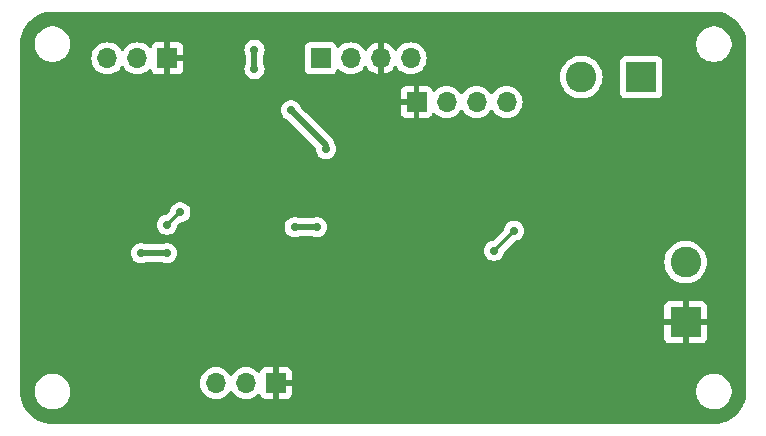
<source format=gbr>
%TF.GenerationSoftware,KiCad,Pcbnew,8.0.1*%
%TF.CreationDate,2024-11-21T12:07:33+07:00*%
%TF.ProjectId,Monitor,4d6f6e69-746f-4722-9e6b-696361645f70,rev?*%
%TF.SameCoordinates,Original*%
%TF.FileFunction,Copper,L2,Bot*%
%TF.FilePolarity,Positive*%
%FSLAX46Y46*%
G04 Gerber Fmt 4.6, Leading zero omitted, Abs format (unit mm)*
G04 Created by KiCad (PCBNEW 8.0.1) date 2024-11-21 12:07:33*
%MOMM*%
%LPD*%
G01*
G04 APERTURE LIST*
%TA.AperFunction,ComponentPad*%
%ADD10R,2.600000X2.600000*%
%TD*%
%TA.AperFunction,ComponentPad*%
%ADD11C,2.600000*%
%TD*%
%TA.AperFunction,ComponentPad*%
%ADD12R,1.700000X1.700000*%
%TD*%
%TA.AperFunction,ComponentPad*%
%ADD13O,1.700000X1.700000*%
%TD*%
%TA.AperFunction,ViaPad*%
%ADD14C,0.700000*%
%TD*%
%TA.AperFunction,Conductor*%
%ADD15C,0.500000*%
%TD*%
%TA.AperFunction,Conductor*%
%ADD16C,0.300000*%
%TD*%
G04 APERTURE END LIST*
D10*
%TO.P,J2,1,Pin_1*%
%TO.N,/CAN-*%
X101145000Y-96595000D03*
D11*
%TO.P,J2,2,Pin_2*%
%TO.N,/CAN+*%
X96065000Y-96595000D03*
%TD*%
D12*
%TO.P,J5,1,Pin_1*%
%TO.N,GND*%
X82120000Y-98700000D03*
D13*
%TO.P,J5,2,Pin_2*%
%TO.N,SWCLK*%
X84660000Y-98700000D03*
%TO.P,J5,3,Pin_3*%
%TO.N,SWDIO*%
X87200000Y-98700000D03*
%TO.P,J5,4,Pin_4*%
%TO.N,+3.3V*%
X89740000Y-98700000D03*
%TD*%
D12*
%TO.P,J6,1,Pin_1*%
%TO.N,I2C1_SDA*%
X74000000Y-95000000D03*
D13*
%TO.P,J6,2,Pin_2*%
%TO.N,I2C1_SCL*%
X76540000Y-95000000D03*
%TO.P,J6,3,Pin_3*%
%TO.N,GND*%
X79080000Y-95000000D03*
%TO.P,J6,4,Pin_4*%
%TO.N,+3.3V*%
X81620000Y-95000000D03*
%TD*%
D12*
%TO.P,J1,1,Pin_1*%
%TO.N,GND*%
X61025000Y-95000000D03*
D13*
%TO.P,J1,2,Pin_2*%
%TO.N,BOOT*%
X58485000Y-95000000D03*
%TO.P,J1,3,Pin_3*%
%TO.N,+3.3V*%
X55945000Y-95000000D03*
%TD*%
D12*
%TO.P,J3,1,Pin_1*%
%TO.N,GND*%
X70240000Y-122500000D03*
D13*
%TO.P,J3,2,Pin_2*%
%TO.N,USART1_Rx*%
X67700000Y-122500000D03*
%TO.P,J3,3,Pin_3*%
%TO.N,USART1_Tx*%
X65160000Y-122500000D03*
%TD*%
D10*
%TO.P,J4,1,Pin_1*%
%TO.N,GND*%
X104905000Y-117345000D03*
D11*
%TO.P,J4,2,Pin_2*%
%TO.N,/Vin*%
X104905000Y-112265000D03*
%TD*%
D14*
%TO.N,+3.3V*%
X68400000Y-95900000D03*
X68400000Y-94300000D03*
%TO.N,GND*%
X71000000Y-104000000D03*
X91500000Y-103300000D03*
X63420000Y-120220000D03*
X58241382Y-106367245D03*
X62200000Y-102400000D03*
X59000000Y-103200000D03*
X55750000Y-107250000D03*
X65400000Y-116300000D03*
X52190000Y-114390000D03*
X81100000Y-107900000D03*
X67800000Y-107800000D03*
X58900000Y-114400000D03*
%TO.N,+3.3V*%
X71500000Y-99400000D03*
X61000000Y-111500000D03*
X73700000Y-109300000D03*
X74450000Y-102700000D03*
X71800000Y-109300000D03*
X58800000Y-111500000D03*
%TO.N,NRST*%
X62125000Y-108040316D03*
X61000000Y-109100000D03*
%TO.N,/POWER BOOT*%
X88700000Y-111300000D03*
X90390000Y-109610000D03*
%TD*%
D15*
%TO.N,+3.3V*%
X68400000Y-95900000D02*
X68400000Y-94300000D01*
X71500000Y-99400000D02*
X74450000Y-102350000D01*
X74450000Y-102350000D02*
X74450000Y-102700000D01*
X61000000Y-111500000D02*
X58800000Y-111500000D01*
X73700000Y-109300000D02*
X71800000Y-109300000D01*
D16*
%TO.N,NRST*%
X62059684Y-108040316D02*
X61000000Y-109100000D01*
X62125000Y-108040316D02*
X62059684Y-108040316D01*
%TO.N,/POWER BOOT*%
X88700000Y-111300000D02*
X90390000Y-109610000D01*
%TD*%
%TA.AperFunction,Conductor*%
%TO.N,GND*%
G36*
X107303471Y-91050695D02*
G01*
X107344188Y-91052981D01*
X107600900Y-91067397D01*
X107614703Y-91068953D01*
X107904953Y-91118269D01*
X107918510Y-91121363D01*
X108201413Y-91202866D01*
X108214537Y-91207459D01*
X108486527Y-91320120D01*
X108499049Y-91326149D01*
X108697673Y-91435925D01*
X108756726Y-91468563D01*
X108768500Y-91475961D01*
X109008604Y-91646323D01*
X109019476Y-91654993D01*
X109238997Y-91851169D01*
X109248830Y-91861002D01*
X109445006Y-92080523D01*
X109453676Y-92091395D01*
X109624038Y-92331499D01*
X109631436Y-92343273D01*
X109773846Y-92600943D01*
X109779879Y-92613472D01*
X109892540Y-92885462D01*
X109897133Y-92898586D01*
X109978636Y-93181489D01*
X109981730Y-93195046D01*
X110031045Y-93485288D01*
X110032602Y-93499106D01*
X110049305Y-93796527D01*
X110049500Y-93803480D01*
X110049500Y-123196519D01*
X110049305Y-123203472D01*
X110032602Y-123500893D01*
X110031045Y-123514711D01*
X109981730Y-123804953D01*
X109978636Y-123818510D01*
X109897133Y-124101413D01*
X109892540Y-124114537D01*
X109779879Y-124386527D01*
X109773846Y-124399056D01*
X109631436Y-124656726D01*
X109624038Y-124668500D01*
X109453676Y-124908604D01*
X109445006Y-124919476D01*
X109248830Y-125138997D01*
X109238997Y-125148830D01*
X109019476Y-125345006D01*
X109008604Y-125353676D01*
X108768500Y-125524038D01*
X108756726Y-125531436D01*
X108499056Y-125673846D01*
X108486527Y-125679879D01*
X108214537Y-125792540D01*
X108201413Y-125797133D01*
X107918510Y-125878636D01*
X107904953Y-125881730D01*
X107614711Y-125931045D01*
X107600893Y-125932602D01*
X107303472Y-125949305D01*
X107296519Y-125949500D01*
X51303481Y-125949500D01*
X51296528Y-125949305D01*
X50999106Y-125932602D01*
X50985288Y-125931045D01*
X50695046Y-125881730D01*
X50681489Y-125878636D01*
X50398586Y-125797133D01*
X50385462Y-125792540D01*
X50113472Y-125679879D01*
X50100943Y-125673846D01*
X49843273Y-125531436D01*
X49831499Y-125524038D01*
X49591395Y-125353676D01*
X49580523Y-125345006D01*
X49361002Y-125148830D01*
X49351169Y-125138997D01*
X49202627Y-124972779D01*
X49154993Y-124919476D01*
X49146323Y-124908604D01*
X48975961Y-124668500D01*
X48968563Y-124656726D01*
X48872737Y-124483343D01*
X48826149Y-124399049D01*
X48820120Y-124386527D01*
X48707459Y-124114537D01*
X48702866Y-124101413D01*
X48621363Y-123818510D01*
X48618269Y-123804953D01*
X48582101Y-123592086D01*
X48568953Y-123514703D01*
X48567397Y-123500900D01*
X48557132Y-123318097D01*
X49799500Y-123318097D01*
X49836446Y-123551368D01*
X49909433Y-123775996D01*
X49950024Y-123855659D01*
X50016657Y-123986433D01*
X50155483Y-124177510D01*
X50322490Y-124344517D01*
X50513567Y-124483343D01*
X50612991Y-124534002D01*
X50724003Y-124590566D01*
X50724005Y-124590566D01*
X50724008Y-124590568D01*
X50844412Y-124629689D01*
X50948631Y-124663553D01*
X51181903Y-124700500D01*
X51181908Y-124700500D01*
X51418097Y-124700500D01*
X51651368Y-124663553D01*
X51672379Y-124656726D01*
X51875992Y-124590568D01*
X52086433Y-124483343D01*
X52277510Y-124344517D01*
X52444517Y-124177510D01*
X52583343Y-123986433D01*
X52690568Y-123775992D01*
X52763553Y-123551368D01*
X52770446Y-123507846D01*
X52800500Y-123318097D01*
X52800500Y-123081902D01*
X52763553Y-122848631D01*
X52726763Y-122735403D01*
X52690568Y-122624008D01*
X52690566Y-122624005D01*
X52690566Y-122624003D01*
X52627383Y-122500000D01*
X63804341Y-122500000D01*
X63824936Y-122735403D01*
X63824938Y-122735413D01*
X63886094Y-122963655D01*
X63886096Y-122963659D01*
X63886097Y-122963663D01*
X63941233Y-123081902D01*
X63985965Y-123177830D01*
X63985967Y-123177834D01*
X64084178Y-123318092D01*
X64121505Y-123371401D01*
X64288599Y-123538495D01*
X64306984Y-123551368D01*
X64482165Y-123674032D01*
X64482167Y-123674033D01*
X64482170Y-123674035D01*
X64696337Y-123773903D01*
X64924592Y-123835063D01*
X65095319Y-123850000D01*
X65159999Y-123855659D01*
X65160000Y-123855659D01*
X65160001Y-123855659D01*
X65224681Y-123850000D01*
X65395408Y-123835063D01*
X65623663Y-123773903D01*
X65837830Y-123674035D01*
X66031401Y-123538495D01*
X66198495Y-123371401D01*
X66328425Y-123185842D01*
X66383002Y-123142217D01*
X66452500Y-123135023D01*
X66514855Y-123166546D01*
X66531575Y-123185842D01*
X66661500Y-123371395D01*
X66661505Y-123371401D01*
X66828599Y-123538495D01*
X66846984Y-123551368D01*
X67022165Y-123674032D01*
X67022167Y-123674033D01*
X67022170Y-123674035D01*
X67236337Y-123773903D01*
X67464592Y-123835063D01*
X67635319Y-123850000D01*
X67699999Y-123855659D01*
X67700000Y-123855659D01*
X67700001Y-123855659D01*
X67764681Y-123850000D01*
X67935408Y-123835063D01*
X68163663Y-123773903D01*
X68377830Y-123674035D01*
X68571401Y-123538495D01*
X68693717Y-123416178D01*
X68755036Y-123382696D01*
X68824728Y-123387680D01*
X68880662Y-123429551D01*
X68897577Y-123460528D01*
X68946646Y-123592088D01*
X68946649Y-123592093D01*
X69032809Y-123707187D01*
X69032812Y-123707190D01*
X69147906Y-123793350D01*
X69147913Y-123793354D01*
X69282620Y-123843596D01*
X69282627Y-123843598D01*
X69342155Y-123849999D01*
X69342172Y-123850000D01*
X69990000Y-123850000D01*
X69990000Y-122933012D01*
X70047007Y-122965925D01*
X70174174Y-123000000D01*
X70305826Y-123000000D01*
X70432993Y-122965925D01*
X70490000Y-122933012D01*
X70490000Y-123850000D01*
X71137828Y-123850000D01*
X71137844Y-123849999D01*
X71197372Y-123843598D01*
X71197379Y-123843596D01*
X71332086Y-123793354D01*
X71332093Y-123793350D01*
X71447187Y-123707190D01*
X71447190Y-123707187D01*
X71533350Y-123592093D01*
X71533354Y-123592086D01*
X71583596Y-123457379D01*
X71583598Y-123457372D01*
X71589999Y-123397844D01*
X71590000Y-123397827D01*
X71590000Y-123318097D01*
X105799500Y-123318097D01*
X105836446Y-123551368D01*
X105909433Y-123775996D01*
X105950024Y-123855659D01*
X106016657Y-123986433D01*
X106155483Y-124177510D01*
X106322490Y-124344517D01*
X106513567Y-124483343D01*
X106612991Y-124534002D01*
X106724003Y-124590566D01*
X106724005Y-124590566D01*
X106724008Y-124590568D01*
X106844412Y-124629689D01*
X106948631Y-124663553D01*
X107181903Y-124700500D01*
X107181908Y-124700500D01*
X107418097Y-124700500D01*
X107651368Y-124663553D01*
X107672379Y-124656726D01*
X107875992Y-124590568D01*
X108086433Y-124483343D01*
X108277510Y-124344517D01*
X108444517Y-124177510D01*
X108583343Y-123986433D01*
X108690568Y-123775992D01*
X108763553Y-123551368D01*
X108770446Y-123507846D01*
X108800500Y-123318097D01*
X108800500Y-123081902D01*
X108763553Y-122848631D01*
X108726763Y-122735403D01*
X108690568Y-122624008D01*
X108690566Y-122624005D01*
X108690566Y-122624003D01*
X108627382Y-122499999D01*
X108583343Y-122413567D01*
X108444517Y-122222490D01*
X108277510Y-122055483D01*
X108086433Y-121916657D01*
X107875996Y-121809433D01*
X107651368Y-121736446D01*
X107418097Y-121699500D01*
X107418092Y-121699500D01*
X107181908Y-121699500D01*
X107181903Y-121699500D01*
X106948631Y-121736446D01*
X106724003Y-121809433D01*
X106513566Y-121916657D01*
X106404550Y-121995862D01*
X106322490Y-122055483D01*
X106322488Y-122055485D01*
X106322487Y-122055485D01*
X106155485Y-122222487D01*
X106155485Y-122222488D01*
X106155483Y-122222490D01*
X106124894Y-122264592D01*
X106016657Y-122413566D01*
X105909433Y-122624003D01*
X105836446Y-122848631D01*
X105799500Y-123081902D01*
X105799500Y-123318097D01*
X71590000Y-123318097D01*
X71590000Y-122750000D01*
X70673012Y-122750000D01*
X70705925Y-122692993D01*
X70740000Y-122565826D01*
X70740000Y-122434174D01*
X70705925Y-122307007D01*
X70673012Y-122250000D01*
X71590000Y-122250000D01*
X71590000Y-121602172D01*
X71589999Y-121602155D01*
X71583598Y-121542627D01*
X71583596Y-121542620D01*
X71533354Y-121407913D01*
X71533350Y-121407906D01*
X71447190Y-121292812D01*
X71447187Y-121292809D01*
X71332093Y-121206649D01*
X71332086Y-121206645D01*
X71197379Y-121156403D01*
X71197372Y-121156401D01*
X71137844Y-121150000D01*
X70490000Y-121150000D01*
X70490000Y-122066988D01*
X70432993Y-122034075D01*
X70305826Y-122000000D01*
X70174174Y-122000000D01*
X70047007Y-122034075D01*
X69990000Y-122066988D01*
X69990000Y-121150000D01*
X69342155Y-121150000D01*
X69282627Y-121156401D01*
X69282620Y-121156403D01*
X69147913Y-121206645D01*
X69147906Y-121206649D01*
X69032812Y-121292809D01*
X69032809Y-121292812D01*
X68946649Y-121407906D01*
X68946645Y-121407913D01*
X68897578Y-121539470D01*
X68855707Y-121595404D01*
X68790242Y-121619821D01*
X68721969Y-121604969D01*
X68693715Y-121583819D01*
X68649366Y-121539470D01*
X68571401Y-121461505D01*
X68571397Y-121461502D01*
X68571396Y-121461501D01*
X68377834Y-121325967D01*
X68377830Y-121325965D01*
X68306727Y-121292809D01*
X68163663Y-121226097D01*
X68163659Y-121226096D01*
X68163655Y-121226094D01*
X67935413Y-121164938D01*
X67935403Y-121164936D01*
X67700001Y-121144341D01*
X67699999Y-121144341D01*
X67464596Y-121164936D01*
X67464586Y-121164938D01*
X67236344Y-121226094D01*
X67236335Y-121226098D01*
X67022171Y-121325964D01*
X67022169Y-121325965D01*
X66828597Y-121461505D01*
X66661505Y-121628597D01*
X66531575Y-121814158D01*
X66476998Y-121857783D01*
X66407500Y-121864977D01*
X66345145Y-121833454D01*
X66328425Y-121814158D01*
X66198494Y-121628597D01*
X66031402Y-121461506D01*
X66031395Y-121461501D01*
X65837834Y-121325967D01*
X65837830Y-121325965D01*
X65766727Y-121292809D01*
X65623663Y-121226097D01*
X65623659Y-121226096D01*
X65623655Y-121226094D01*
X65395413Y-121164938D01*
X65395403Y-121164936D01*
X65160001Y-121144341D01*
X65159999Y-121144341D01*
X64924596Y-121164936D01*
X64924586Y-121164938D01*
X64696344Y-121226094D01*
X64696335Y-121226098D01*
X64482171Y-121325964D01*
X64482169Y-121325965D01*
X64288597Y-121461505D01*
X64121505Y-121628597D01*
X63985965Y-121822169D01*
X63985964Y-121822171D01*
X63886098Y-122036335D01*
X63886094Y-122036344D01*
X63824938Y-122264586D01*
X63824936Y-122264596D01*
X63804341Y-122499999D01*
X63804341Y-122500000D01*
X52627383Y-122500000D01*
X52627382Y-122499999D01*
X52583343Y-122413567D01*
X52444517Y-122222490D01*
X52277510Y-122055483D01*
X52086433Y-121916657D01*
X51875996Y-121809433D01*
X51651368Y-121736446D01*
X51418097Y-121699500D01*
X51418092Y-121699500D01*
X51181908Y-121699500D01*
X51181903Y-121699500D01*
X50948631Y-121736446D01*
X50724003Y-121809433D01*
X50513566Y-121916657D01*
X50404550Y-121995862D01*
X50322490Y-122055483D01*
X50322488Y-122055485D01*
X50322487Y-122055485D01*
X50155485Y-122222487D01*
X50155485Y-122222488D01*
X50155483Y-122222490D01*
X50124894Y-122264592D01*
X50016657Y-122413566D01*
X49909433Y-122624003D01*
X49836446Y-122848631D01*
X49799500Y-123081902D01*
X49799500Y-123318097D01*
X48557132Y-123318097D01*
X48550695Y-123203471D01*
X48550500Y-123196519D01*
X48550500Y-118692844D01*
X103105000Y-118692844D01*
X103111401Y-118752372D01*
X103111403Y-118752379D01*
X103161645Y-118887086D01*
X103161649Y-118887093D01*
X103247809Y-119002187D01*
X103247812Y-119002190D01*
X103362906Y-119088350D01*
X103362913Y-119088354D01*
X103497620Y-119138596D01*
X103497627Y-119138598D01*
X103557155Y-119144999D01*
X103557172Y-119145000D01*
X104655000Y-119145000D01*
X104655000Y-117945001D01*
X104715402Y-117970021D01*
X104840981Y-117995000D01*
X104969019Y-117995000D01*
X105094598Y-117970021D01*
X105155000Y-117945001D01*
X105155000Y-119145000D01*
X106252828Y-119145000D01*
X106252844Y-119144999D01*
X106312372Y-119138598D01*
X106312379Y-119138596D01*
X106447086Y-119088354D01*
X106447093Y-119088350D01*
X106562187Y-119002190D01*
X106562190Y-119002187D01*
X106648350Y-118887093D01*
X106648354Y-118887086D01*
X106698596Y-118752379D01*
X106698598Y-118752372D01*
X106704999Y-118692844D01*
X106705000Y-118692827D01*
X106705000Y-117595000D01*
X105505001Y-117595000D01*
X105530021Y-117534598D01*
X105555000Y-117409019D01*
X105555000Y-117280981D01*
X105530021Y-117155402D01*
X105505001Y-117095000D01*
X106705000Y-117095000D01*
X106705000Y-115997172D01*
X106704999Y-115997155D01*
X106698598Y-115937627D01*
X106698596Y-115937620D01*
X106648354Y-115802913D01*
X106648350Y-115802906D01*
X106562190Y-115687812D01*
X106562187Y-115687809D01*
X106447093Y-115601649D01*
X106447086Y-115601645D01*
X106312379Y-115551403D01*
X106312372Y-115551401D01*
X106252844Y-115545000D01*
X105155000Y-115545000D01*
X105155000Y-116744998D01*
X105094598Y-116719979D01*
X104969019Y-116695000D01*
X104840981Y-116695000D01*
X104715402Y-116719979D01*
X104655000Y-116744998D01*
X104655000Y-115545000D01*
X103557155Y-115545000D01*
X103497627Y-115551401D01*
X103497620Y-115551403D01*
X103362913Y-115601645D01*
X103362906Y-115601649D01*
X103247812Y-115687809D01*
X103247809Y-115687812D01*
X103161649Y-115802906D01*
X103161645Y-115802913D01*
X103111403Y-115937620D01*
X103111401Y-115937627D01*
X103105000Y-115997155D01*
X103105000Y-117095000D01*
X104304999Y-117095000D01*
X104279979Y-117155402D01*
X104255000Y-117280981D01*
X104255000Y-117409019D01*
X104279979Y-117534598D01*
X104304999Y-117595000D01*
X103105000Y-117595000D01*
X103105000Y-118692844D01*
X48550500Y-118692844D01*
X48550500Y-111500000D01*
X57944815Y-111500000D01*
X57963503Y-111677805D01*
X57963504Y-111677807D01*
X58018747Y-111847829D01*
X58018750Y-111847835D01*
X58108141Y-112002665D01*
X58142307Y-112040610D01*
X58227764Y-112135521D01*
X58227767Y-112135523D01*
X58227770Y-112135526D01*
X58372407Y-112240612D01*
X58535733Y-112313329D01*
X58710609Y-112350500D01*
X58710610Y-112350500D01*
X58889389Y-112350500D01*
X58889391Y-112350500D01*
X59064267Y-112313329D01*
X59181306Y-112261219D01*
X59231741Y-112250500D01*
X60568259Y-112250500D01*
X60618693Y-112261219D01*
X60735733Y-112313329D01*
X60910609Y-112350500D01*
X60910610Y-112350500D01*
X61089389Y-112350500D01*
X61089391Y-112350500D01*
X61264267Y-112313329D01*
X61372807Y-112265004D01*
X103099451Y-112265004D01*
X103119616Y-112534101D01*
X103179664Y-112797188D01*
X103179666Y-112797195D01*
X103278257Y-113048398D01*
X103413185Y-113282102D01*
X103549080Y-113452509D01*
X103581442Y-113493089D01*
X103768183Y-113666358D01*
X103779259Y-113676635D01*
X104002226Y-113828651D01*
X104245359Y-113945738D01*
X104503228Y-114025280D01*
X104503229Y-114025280D01*
X104503232Y-114025281D01*
X104770063Y-114065499D01*
X104770068Y-114065499D01*
X104770071Y-114065500D01*
X104770072Y-114065500D01*
X105039928Y-114065500D01*
X105039929Y-114065500D01*
X105039936Y-114065499D01*
X105306767Y-114025281D01*
X105306768Y-114025280D01*
X105306772Y-114025280D01*
X105564641Y-113945738D01*
X105807775Y-113828651D01*
X106030741Y-113676635D01*
X106228561Y-113493085D01*
X106396815Y-113282102D01*
X106531743Y-113048398D01*
X106630334Y-112797195D01*
X106690383Y-112534103D01*
X106704142Y-112350500D01*
X106710549Y-112265004D01*
X106710549Y-112264995D01*
X106690383Y-111995898D01*
X106690383Y-111995897D01*
X106630334Y-111732805D01*
X106531743Y-111481602D01*
X106396815Y-111247898D01*
X106228561Y-111036915D01*
X106228560Y-111036914D01*
X106228557Y-111036910D01*
X106030741Y-110853365D01*
X105807775Y-110701349D01*
X105807769Y-110701346D01*
X105807768Y-110701345D01*
X105807767Y-110701344D01*
X105564643Y-110584263D01*
X105564645Y-110584263D01*
X105306773Y-110504720D01*
X105306767Y-110504718D01*
X105039936Y-110464500D01*
X105039929Y-110464500D01*
X104770071Y-110464500D01*
X104770063Y-110464500D01*
X104503232Y-110504718D01*
X104503226Y-110504720D01*
X104245358Y-110584262D01*
X104002230Y-110701346D01*
X103779258Y-110853365D01*
X103581442Y-111036910D01*
X103413185Y-111247898D01*
X103278258Y-111481599D01*
X103278256Y-111481603D01*
X103179666Y-111732804D01*
X103179664Y-111732811D01*
X103119616Y-111995898D01*
X103099451Y-112264995D01*
X103099451Y-112265004D01*
X61372807Y-112265004D01*
X61427593Y-112240612D01*
X61572230Y-112135526D01*
X61691859Y-112002665D01*
X61781250Y-111847835D01*
X61836497Y-111677803D01*
X61855185Y-111500000D01*
X61836497Y-111322197D01*
X61829285Y-111300000D01*
X87844815Y-111300000D01*
X87863503Y-111477805D01*
X87863504Y-111477807D01*
X87918747Y-111647829D01*
X87918750Y-111647835D01*
X88008141Y-111802665D01*
X88048807Y-111847829D01*
X88127764Y-111935521D01*
X88127767Y-111935523D01*
X88127770Y-111935526D01*
X88272407Y-112040612D01*
X88435733Y-112113329D01*
X88610609Y-112150500D01*
X88610610Y-112150500D01*
X88789389Y-112150500D01*
X88789391Y-112150500D01*
X88964267Y-112113329D01*
X89127593Y-112040612D01*
X89272230Y-111935526D01*
X89391859Y-111802665D01*
X89481250Y-111647835D01*
X89536497Y-111477803D01*
X89542988Y-111416036D01*
X89569571Y-111351423D01*
X89578619Y-111341325D01*
X90428092Y-110491853D01*
X90489413Y-110458370D01*
X90489477Y-110458356D01*
X90654267Y-110423329D01*
X90817593Y-110350612D01*
X90962230Y-110245526D01*
X91081859Y-110112665D01*
X91171250Y-109957835D01*
X91226497Y-109787803D01*
X91245185Y-109610000D01*
X91226497Y-109432197D01*
X91198873Y-109347181D01*
X91171252Y-109262170D01*
X91171249Y-109262164D01*
X91081859Y-109107335D01*
X91035003Y-109055296D01*
X90962235Y-108974478D01*
X90962232Y-108974476D01*
X90962231Y-108974475D01*
X90962230Y-108974474D01*
X90817593Y-108869388D01*
X90654267Y-108796671D01*
X90654265Y-108796670D01*
X90526594Y-108769533D01*
X90479391Y-108759500D01*
X90300609Y-108759500D01*
X90269954Y-108766015D01*
X90125733Y-108796670D01*
X90125728Y-108796672D01*
X89962408Y-108869387D01*
X89817768Y-108974475D01*
X89698140Y-109107336D01*
X89608750Y-109262164D01*
X89608747Y-109262170D01*
X89553504Y-109432192D01*
X89553503Y-109432194D01*
X89547011Y-109493963D01*
X89520425Y-109558577D01*
X89511371Y-109568681D01*
X88661909Y-110418144D01*
X88600586Y-110451629D01*
X88600009Y-110451753D01*
X88435733Y-110486670D01*
X88435728Y-110486672D01*
X88272408Y-110559387D01*
X88127768Y-110664475D01*
X88008140Y-110797336D01*
X87918750Y-110952164D01*
X87918747Y-110952170D01*
X87863504Y-111122192D01*
X87863503Y-111122194D01*
X87844815Y-111300000D01*
X61829285Y-111300000D01*
X61781250Y-111152165D01*
X61691859Y-110997335D01*
X61645003Y-110945296D01*
X61572235Y-110864478D01*
X61572232Y-110864476D01*
X61572231Y-110864475D01*
X61572230Y-110864474D01*
X61427593Y-110759388D01*
X61264267Y-110686671D01*
X61264265Y-110686670D01*
X61136594Y-110659533D01*
X61089391Y-110649500D01*
X60910609Y-110649500D01*
X60879954Y-110656015D01*
X60735733Y-110686670D01*
X60618694Y-110738780D01*
X60568259Y-110749500D01*
X59231741Y-110749500D01*
X59181306Y-110738780D01*
X59064267Y-110686671D01*
X59064265Y-110686670D01*
X58936594Y-110659533D01*
X58889391Y-110649500D01*
X58710609Y-110649500D01*
X58679954Y-110656015D01*
X58535733Y-110686670D01*
X58535728Y-110686672D01*
X58372408Y-110759387D01*
X58227768Y-110864475D01*
X58108140Y-110997336D01*
X58018750Y-111152164D01*
X58018747Y-111152170D01*
X57963504Y-111322192D01*
X57963503Y-111322194D01*
X57944815Y-111500000D01*
X48550500Y-111500000D01*
X48550500Y-109100000D01*
X60144815Y-109100000D01*
X60163503Y-109277805D01*
X60163504Y-109277807D01*
X60218747Y-109447829D01*
X60218750Y-109447835D01*
X60308141Y-109602665D01*
X60348807Y-109647829D01*
X60427764Y-109735521D01*
X60427767Y-109735523D01*
X60427770Y-109735526D01*
X60572407Y-109840612D01*
X60735733Y-109913329D01*
X60910609Y-109950500D01*
X60910610Y-109950500D01*
X61089389Y-109950500D01*
X61089391Y-109950500D01*
X61264267Y-109913329D01*
X61427593Y-109840612D01*
X61572230Y-109735526D01*
X61691859Y-109602665D01*
X61781250Y-109447835D01*
X61829285Y-109300000D01*
X70944815Y-109300000D01*
X70963503Y-109477805D01*
X70963504Y-109477807D01*
X71018747Y-109647829D01*
X71018750Y-109647835D01*
X71108141Y-109802665D01*
X71142307Y-109840610D01*
X71227764Y-109935521D01*
X71227767Y-109935523D01*
X71227770Y-109935526D01*
X71372407Y-110040612D01*
X71535733Y-110113329D01*
X71710609Y-110150500D01*
X71710610Y-110150500D01*
X71889389Y-110150500D01*
X71889391Y-110150500D01*
X72064267Y-110113329D01*
X72181306Y-110061219D01*
X72231741Y-110050500D01*
X73268259Y-110050500D01*
X73318693Y-110061219D01*
X73435733Y-110113329D01*
X73610609Y-110150500D01*
X73610610Y-110150500D01*
X73789389Y-110150500D01*
X73789391Y-110150500D01*
X73964267Y-110113329D01*
X74127593Y-110040612D01*
X74272230Y-109935526D01*
X74391859Y-109802665D01*
X74481250Y-109647835D01*
X74536497Y-109477803D01*
X74555185Y-109300000D01*
X74536497Y-109122197D01*
X74488500Y-108974478D01*
X74481252Y-108952170D01*
X74481249Y-108952164D01*
X74433459Y-108869389D01*
X74391859Y-108797335D01*
X74345003Y-108745296D01*
X74272235Y-108664478D01*
X74272232Y-108664476D01*
X74272231Y-108664475D01*
X74272230Y-108664474D01*
X74127593Y-108559388D01*
X73964267Y-108486671D01*
X73964265Y-108486670D01*
X73836594Y-108459533D01*
X73789391Y-108449500D01*
X73610609Y-108449500D01*
X73579954Y-108456015D01*
X73435733Y-108486670D01*
X73318694Y-108538780D01*
X73268259Y-108549500D01*
X72231741Y-108549500D01*
X72181306Y-108538780D01*
X72064267Y-108486671D01*
X72064265Y-108486670D01*
X71936594Y-108459533D01*
X71889391Y-108449500D01*
X71710609Y-108449500D01*
X71679954Y-108456015D01*
X71535733Y-108486670D01*
X71535728Y-108486672D01*
X71372408Y-108559387D01*
X71227768Y-108664475D01*
X71108140Y-108797336D01*
X71018750Y-108952164D01*
X71018747Y-108952170D01*
X70963504Y-109122192D01*
X70963503Y-109122194D01*
X70944815Y-109300000D01*
X61829285Y-109300000D01*
X61836497Y-109277803D01*
X61842988Y-109216036D01*
X61869571Y-109151423D01*
X61878609Y-109141335D01*
X62092812Y-108927132D01*
X62154134Y-108893650D01*
X62180492Y-108890816D01*
X62214389Y-108890816D01*
X62214391Y-108890816D01*
X62389267Y-108853645D01*
X62552593Y-108780928D01*
X62697230Y-108675842D01*
X62707463Y-108664478D01*
X62767917Y-108597336D01*
X62816859Y-108542981D01*
X62906250Y-108388151D01*
X62961497Y-108218119D01*
X62980185Y-108040316D01*
X62961497Y-107862513D01*
X62906250Y-107692481D01*
X62816859Y-107537651D01*
X62770003Y-107485612D01*
X62697235Y-107404794D01*
X62697232Y-107404792D01*
X62697231Y-107404791D01*
X62697230Y-107404790D01*
X62552593Y-107299704D01*
X62389267Y-107226987D01*
X62389265Y-107226986D01*
X62261594Y-107199849D01*
X62214391Y-107189816D01*
X62035609Y-107189816D01*
X62004954Y-107196331D01*
X61860733Y-107226986D01*
X61860728Y-107226988D01*
X61697408Y-107299703D01*
X61552768Y-107404791D01*
X61433140Y-107537652D01*
X61343750Y-107692480D01*
X61343747Y-107692486D01*
X61288503Y-107862512D01*
X61288300Y-107863468D01*
X61288030Y-107863966D01*
X61286495Y-107868693D01*
X61285630Y-107868412D01*
X61255103Y-107924948D01*
X61254692Y-107925360D01*
X60961909Y-108218144D01*
X60900586Y-108251629D01*
X60900009Y-108251753D01*
X60735733Y-108286670D01*
X60735728Y-108286672D01*
X60572408Y-108359387D01*
X60427768Y-108464475D01*
X60308140Y-108597336D01*
X60218750Y-108752164D01*
X60218747Y-108752170D01*
X60163504Y-108922192D01*
X60163503Y-108922194D01*
X60144815Y-109100000D01*
X48550500Y-109100000D01*
X48550500Y-99400000D01*
X70644815Y-99400000D01*
X70663503Y-99577805D01*
X70663504Y-99577807D01*
X70718747Y-99747829D01*
X70718750Y-99747835D01*
X70808141Y-99902665D01*
X70849812Y-99948946D01*
X70927764Y-100035521D01*
X70927767Y-100035523D01*
X70927770Y-100035526D01*
X71072407Y-100140612D01*
X71235733Y-100213329D01*
X71235734Y-100213329D01*
X71241670Y-100215972D01*
X71240890Y-100217723D01*
X71280822Y-100242190D01*
X73566670Y-102528038D01*
X73600155Y-102589361D01*
X73602310Y-102628678D01*
X73594815Y-102699998D01*
X73613503Y-102877805D01*
X73613504Y-102877807D01*
X73668747Y-103047829D01*
X73668750Y-103047835D01*
X73758141Y-103202665D01*
X73799812Y-103248946D01*
X73877764Y-103335521D01*
X73877767Y-103335523D01*
X73877770Y-103335526D01*
X74022407Y-103440612D01*
X74185733Y-103513329D01*
X74360609Y-103550500D01*
X74360610Y-103550500D01*
X74539389Y-103550500D01*
X74539391Y-103550500D01*
X74714267Y-103513329D01*
X74877593Y-103440612D01*
X75022230Y-103335526D01*
X75141859Y-103202665D01*
X75231250Y-103047835D01*
X75286497Y-102877803D01*
X75305185Y-102700000D01*
X75286497Y-102522197D01*
X75231250Y-102352165D01*
X75231249Y-102352163D01*
X75216601Y-102326791D01*
X75202195Y-102281956D01*
X75201689Y-102282057D01*
X75200812Y-102277649D01*
X75200585Y-102276942D01*
X75200500Y-102276080D01*
X75171659Y-102131092D01*
X75171658Y-102131091D01*
X75171658Y-102131087D01*
X75115084Y-101994505D01*
X75082186Y-101945270D01*
X75082185Y-101945268D01*
X75032956Y-101871589D01*
X75032952Y-101871584D01*
X72759212Y-99597844D01*
X80770000Y-99597844D01*
X80776401Y-99657372D01*
X80776403Y-99657379D01*
X80826645Y-99792086D01*
X80826649Y-99792093D01*
X80912809Y-99907187D01*
X80912812Y-99907190D01*
X81027906Y-99993350D01*
X81027913Y-99993354D01*
X81162620Y-100043596D01*
X81162627Y-100043598D01*
X81222155Y-100049999D01*
X81222172Y-100050000D01*
X81870000Y-100050000D01*
X81870000Y-99133012D01*
X81927007Y-99165925D01*
X82054174Y-99200000D01*
X82185826Y-99200000D01*
X82312993Y-99165925D01*
X82370000Y-99133012D01*
X82370000Y-100050000D01*
X83017828Y-100050000D01*
X83017844Y-100049999D01*
X83077372Y-100043598D01*
X83077379Y-100043596D01*
X83212086Y-99993354D01*
X83212093Y-99993350D01*
X83327187Y-99907190D01*
X83327190Y-99907187D01*
X83413350Y-99792093D01*
X83413354Y-99792086D01*
X83462422Y-99660529D01*
X83504293Y-99604595D01*
X83569757Y-99580178D01*
X83638030Y-99595030D01*
X83666285Y-99616181D01*
X83788599Y-99738495D01*
X83865135Y-99792086D01*
X83982165Y-99874032D01*
X83982167Y-99874033D01*
X83982170Y-99874035D01*
X84196337Y-99973903D01*
X84424592Y-100035063D01*
X84595319Y-100050000D01*
X84659999Y-100055659D01*
X84660000Y-100055659D01*
X84660001Y-100055659D01*
X84724681Y-100050000D01*
X84895408Y-100035063D01*
X85123663Y-99973903D01*
X85337830Y-99874035D01*
X85531401Y-99738495D01*
X85698495Y-99571401D01*
X85828425Y-99385842D01*
X85883002Y-99342217D01*
X85952500Y-99335023D01*
X86014855Y-99366546D01*
X86031575Y-99385842D01*
X86161500Y-99571395D01*
X86161505Y-99571401D01*
X86328599Y-99738495D01*
X86405135Y-99792086D01*
X86522165Y-99874032D01*
X86522167Y-99874033D01*
X86522170Y-99874035D01*
X86736337Y-99973903D01*
X86964592Y-100035063D01*
X87135319Y-100050000D01*
X87199999Y-100055659D01*
X87200000Y-100055659D01*
X87200001Y-100055659D01*
X87264681Y-100050000D01*
X87435408Y-100035063D01*
X87663663Y-99973903D01*
X87877830Y-99874035D01*
X88071401Y-99738495D01*
X88238495Y-99571401D01*
X88368425Y-99385842D01*
X88423002Y-99342217D01*
X88492500Y-99335023D01*
X88554855Y-99366546D01*
X88571575Y-99385842D01*
X88701500Y-99571395D01*
X88701505Y-99571401D01*
X88868599Y-99738495D01*
X88945135Y-99792086D01*
X89062165Y-99874032D01*
X89062167Y-99874033D01*
X89062170Y-99874035D01*
X89276337Y-99973903D01*
X89504592Y-100035063D01*
X89675319Y-100050000D01*
X89739999Y-100055659D01*
X89740000Y-100055659D01*
X89740001Y-100055659D01*
X89804681Y-100050000D01*
X89975408Y-100035063D01*
X90203663Y-99973903D01*
X90417830Y-99874035D01*
X90611401Y-99738495D01*
X90778495Y-99571401D01*
X90914035Y-99377830D01*
X91013903Y-99163663D01*
X91075063Y-98935408D01*
X91095659Y-98700000D01*
X91075063Y-98464592D01*
X91013903Y-98236337D01*
X90914035Y-98022171D01*
X90908425Y-98014158D01*
X90778494Y-97828597D01*
X90611402Y-97661506D01*
X90611395Y-97661501D01*
X90417834Y-97525967D01*
X90417830Y-97525965D01*
X90346727Y-97492809D01*
X90203663Y-97426097D01*
X90203659Y-97426096D01*
X90203655Y-97426094D01*
X89975413Y-97364938D01*
X89975403Y-97364936D01*
X89740001Y-97344341D01*
X89739999Y-97344341D01*
X89504596Y-97364936D01*
X89504586Y-97364938D01*
X89276344Y-97426094D01*
X89276335Y-97426098D01*
X89062171Y-97525964D01*
X89062169Y-97525965D01*
X88868597Y-97661505D01*
X88701505Y-97828597D01*
X88571575Y-98014158D01*
X88516998Y-98057783D01*
X88447500Y-98064977D01*
X88385145Y-98033454D01*
X88368425Y-98014158D01*
X88238494Y-97828597D01*
X88071402Y-97661506D01*
X88071395Y-97661501D01*
X87877834Y-97525967D01*
X87877830Y-97525965D01*
X87806727Y-97492809D01*
X87663663Y-97426097D01*
X87663659Y-97426096D01*
X87663655Y-97426094D01*
X87435413Y-97364938D01*
X87435403Y-97364936D01*
X87200001Y-97344341D01*
X87199999Y-97344341D01*
X86964596Y-97364936D01*
X86964586Y-97364938D01*
X86736344Y-97426094D01*
X86736335Y-97426098D01*
X86522171Y-97525964D01*
X86522169Y-97525965D01*
X86328597Y-97661505D01*
X86161505Y-97828597D01*
X86031575Y-98014158D01*
X85976998Y-98057783D01*
X85907500Y-98064977D01*
X85845145Y-98033454D01*
X85828425Y-98014158D01*
X85698494Y-97828597D01*
X85531402Y-97661506D01*
X85531395Y-97661501D01*
X85337834Y-97525967D01*
X85337830Y-97525965D01*
X85266727Y-97492809D01*
X85123663Y-97426097D01*
X85123659Y-97426096D01*
X85123655Y-97426094D01*
X84895413Y-97364938D01*
X84895403Y-97364936D01*
X84660001Y-97344341D01*
X84659999Y-97344341D01*
X84424596Y-97364936D01*
X84424586Y-97364938D01*
X84196344Y-97426094D01*
X84196335Y-97426098D01*
X83982171Y-97525964D01*
X83982169Y-97525965D01*
X83788600Y-97661503D01*
X83666284Y-97783819D01*
X83604961Y-97817303D01*
X83535269Y-97812319D01*
X83479336Y-97770447D01*
X83462421Y-97739470D01*
X83413354Y-97607913D01*
X83413350Y-97607906D01*
X83327190Y-97492812D01*
X83327187Y-97492809D01*
X83212093Y-97406649D01*
X83212086Y-97406645D01*
X83077379Y-97356403D01*
X83077372Y-97356401D01*
X83017844Y-97350000D01*
X82370000Y-97350000D01*
X82370000Y-98266988D01*
X82312993Y-98234075D01*
X82185826Y-98200000D01*
X82054174Y-98200000D01*
X81927007Y-98234075D01*
X81870000Y-98266988D01*
X81870000Y-97350000D01*
X81222155Y-97350000D01*
X81162627Y-97356401D01*
X81162620Y-97356403D01*
X81027913Y-97406645D01*
X81027906Y-97406649D01*
X80912812Y-97492809D01*
X80912809Y-97492812D01*
X80826649Y-97607906D01*
X80826645Y-97607913D01*
X80776403Y-97742620D01*
X80776401Y-97742627D01*
X80770000Y-97802155D01*
X80770000Y-98450000D01*
X81686988Y-98450000D01*
X81654075Y-98507007D01*
X81620000Y-98634174D01*
X81620000Y-98765826D01*
X81654075Y-98892993D01*
X81686988Y-98950000D01*
X80770000Y-98950000D01*
X80770000Y-99597844D01*
X72759212Y-99597844D01*
X72334892Y-99173524D01*
X72304642Y-99124160D01*
X72296824Y-99100099D01*
X72281250Y-99052165D01*
X72281248Y-99052161D01*
X72213840Y-98935408D01*
X72191859Y-98897335D01*
X72072235Y-98764478D01*
X72072232Y-98764476D01*
X72072231Y-98764475D01*
X72072230Y-98764474D01*
X71927593Y-98659388D01*
X71764267Y-98586671D01*
X71764265Y-98586670D01*
X71636594Y-98559533D01*
X71589391Y-98549500D01*
X71410609Y-98549500D01*
X71379954Y-98556015D01*
X71235733Y-98586670D01*
X71235728Y-98586672D01*
X71072408Y-98659387D01*
X70927768Y-98764475D01*
X70808140Y-98897336D01*
X70718750Y-99052164D01*
X70718747Y-99052170D01*
X70663504Y-99222192D01*
X70663503Y-99222194D01*
X70644815Y-99400000D01*
X48550500Y-99400000D01*
X48550500Y-93918097D01*
X49799500Y-93918097D01*
X49836446Y-94151368D01*
X49909433Y-94375996D01*
X49961307Y-94477803D01*
X50016657Y-94586433D01*
X50155483Y-94777510D01*
X50322490Y-94944517D01*
X50513567Y-95083343D01*
X50612991Y-95134002D01*
X50724003Y-95190566D01*
X50724005Y-95190566D01*
X50724008Y-95190568D01*
X50844412Y-95229689D01*
X50948631Y-95263553D01*
X51181903Y-95300500D01*
X51181908Y-95300500D01*
X51418097Y-95300500D01*
X51651368Y-95263553D01*
X51875992Y-95190568D01*
X52086433Y-95083343D01*
X52201144Y-95000000D01*
X54589341Y-95000000D01*
X54609936Y-95235403D01*
X54609938Y-95235413D01*
X54671094Y-95463655D01*
X54671096Y-95463659D01*
X54671097Y-95463663D01*
X54750801Y-95634588D01*
X54770965Y-95677830D01*
X54770967Y-95677834D01*
X54802031Y-95722197D01*
X54906505Y-95871401D01*
X55073599Y-96038495D01*
X55170384Y-96106265D01*
X55267165Y-96174032D01*
X55267167Y-96174033D01*
X55267170Y-96174035D01*
X55481337Y-96273903D01*
X55709592Y-96335063D01*
X55886034Y-96350500D01*
X55944999Y-96355659D01*
X55945000Y-96355659D01*
X55945001Y-96355659D01*
X56003966Y-96350500D01*
X56180408Y-96335063D01*
X56408663Y-96273903D01*
X56622830Y-96174035D01*
X56816401Y-96038495D01*
X56983495Y-95871401D01*
X57113425Y-95685842D01*
X57168002Y-95642217D01*
X57237500Y-95635023D01*
X57299855Y-95666546D01*
X57316575Y-95685842D01*
X57446500Y-95871395D01*
X57446505Y-95871401D01*
X57613599Y-96038495D01*
X57710384Y-96106265D01*
X57807165Y-96174032D01*
X57807167Y-96174033D01*
X57807170Y-96174035D01*
X58021337Y-96273903D01*
X58249592Y-96335063D01*
X58426034Y-96350500D01*
X58484999Y-96355659D01*
X58485000Y-96355659D01*
X58485001Y-96355659D01*
X58543966Y-96350500D01*
X58720408Y-96335063D01*
X58948663Y-96273903D01*
X59162830Y-96174035D01*
X59356401Y-96038495D01*
X59478717Y-95916178D01*
X59540036Y-95882696D01*
X59609728Y-95887680D01*
X59665662Y-95929551D01*
X59682577Y-95960528D01*
X59731646Y-96092088D01*
X59731649Y-96092093D01*
X59817809Y-96207187D01*
X59817812Y-96207190D01*
X59932906Y-96293350D01*
X59932913Y-96293354D01*
X60067620Y-96343596D01*
X60067627Y-96343598D01*
X60127155Y-96349999D01*
X60127172Y-96350000D01*
X60775000Y-96350000D01*
X60775000Y-95433012D01*
X60832007Y-95465925D01*
X60959174Y-95500000D01*
X61090826Y-95500000D01*
X61217993Y-95465925D01*
X61275000Y-95433012D01*
X61275000Y-96350000D01*
X61922828Y-96350000D01*
X61922844Y-96349999D01*
X61982372Y-96343598D01*
X61982379Y-96343596D01*
X62117086Y-96293354D01*
X62117093Y-96293350D01*
X62232187Y-96207190D01*
X62232190Y-96207187D01*
X62318350Y-96092093D01*
X62318354Y-96092086D01*
X62368596Y-95957379D01*
X62368598Y-95957372D01*
X62374767Y-95900000D01*
X67544815Y-95900000D01*
X67563503Y-96077805D01*
X67563504Y-96077807D01*
X67618747Y-96247829D01*
X67618750Y-96247835D01*
X67708141Y-96402665D01*
X67749812Y-96448946D01*
X67827764Y-96535521D01*
X67827767Y-96535523D01*
X67827770Y-96535526D01*
X67972407Y-96640612D01*
X68135733Y-96713329D01*
X68310609Y-96750500D01*
X68310610Y-96750500D01*
X68489389Y-96750500D01*
X68489391Y-96750500D01*
X68664267Y-96713329D01*
X68827593Y-96640612D01*
X68890366Y-96595004D01*
X94259451Y-96595004D01*
X94279616Y-96864101D01*
X94339664Y-97127188D01*
X94339666Y-97127195D01*
X94429624Y-97356403D01*
X94438257Y-97378398D01*
X94573185Y-97612102D01*
X94612583Y-97661505D01*
X94741442Y-97823089D01*
X94928183Y-97996358D01*
X94939259Y-98006635D01*
X95162226Y-98158651D01*
X95405359Y-98275738D01*
X95663228Y-98355280D01*
X95663229Y-98355280D01*
X95663232Y-98355281D01*
X95930063Y-98395499D01*
X95930068Y-98395499D01*
X95930071Y-98395500D01*
X95930072Y-98395500D01*
X96199928Y-98395500D01*
X96199929Y-98395500D01*
X96199936Y-98395499D01*
X96466767Y-98355281D01*
X96466768Y-98355280D01*
X96466772Y-98355280D01*
X96724641Y-98275738D01*
X96967775Y-98158651D01*
X97190741Y-98006635D01*
X97259463Y-97942870D01*
X99344500Y-97942870D01*
X99344501Y-97942876D01*
X99350908Y-98002483D01*
X99401202Y-98137328D01*
X99401206Y-98137335D01*
X99487452Y-98252544D01*
X99487455Y-98252547D01*
X99602664Y-98338793D01*
X99602671Y-98338797D01*
X99737517Y-98389091D01*
X99737516Y-98389091D01*
X99744444Y-98389835D01*
X99797127Y-98395500D01*
X102492872Y-98395499D01*
X102552483Y-98389091D01*
X102687331Y-98338796D01*
X102802546Y-98252546D01*
X102888796Y-98137331D01*
X102939091Y-98002483D01*
X102945500Y-97942873D01*
X102945499Y-95247128D01*
X102939091Y-95187517D01*
X102937542Y-95183365D01*
X102888797Y-95052671D01*
X102888793Y-95052664D01*
X102802547Y-94937455D01*
X102802544Y-94937452D01*
X102687335Y-94851206D01*
X102687328Y-94851202D01*
X102552482Y-94800908D01*
X102552483Y-94800908D01*
X102492883Y-94794501D01*
X102492881Y-94794500D01*
X102492873Y-94794500D01*
X102492864Y-94794500D01*
X99797129Y-94794500D01*
X99797123Y-94794501D01*
X99737516Y-94800908D01*
X99602671Y-94851202D01*
X99602664Y-94851206D01*
X99487455Y-94937452D01*
X99487452Y-94937455D01*
X99401206Y-95052664D01*
X99401202Y-95052671D01*
X99350908Y-95187517D01*
X99345760Y-95235408D01*
X99344501Y-95247123D01*
X99344500Y-95247135D01*
X99344500Y-97942870D01*
X97259463Y-97942870D01*
X97344259Y-97864190D01*
X97388557Y-97823089D01*
X97388557Y-97823087D01*
X97388561Y-97823085D01*
X97556815Y-97612102D01*
X97691743Y-97378398D01*
X97790334Y-97127195D01*
X97850383Y-96864103D01*
X97870549Y-96595000D01*
X97850383Y-96325897D01*
X97790334Y-96062805D01*
X97691743Y-95811602D01*
X97556815Y-95577898D01*
X97388561Y-95366915D01*
X97388560Y-95366914D01*
X97388557Y-95366910D01*
X97190741Y-95183365D01*
X96967775Y-95031349D01*
X96967769Y-95031346D01*
X96967768Y-95031345D01*
X96967767Y-95031344D01*
X96724643Y-94914263D01*
X96724645Y-94914263D01*
X96466773Y-94834720D01*
X96466767Y-94834718D01*
X96199936Y-94794500D01*
X96199929Y-94794500D01*
X95930071Y-94794500D01*
X95930063Y-94794500D01*
X95663232Y-94834718D01*
X95663226Y-94834720D01*
X95405358Y-94914262D01*
X95162230Y-95031346D01*
X94939258Y-95183365D01*
X94741442Y-95366910D01*
X94573185Y-95577898D01*
X94438258Y-95811599D01*
X94438256Y-95811603D01*
X94339666Y-96062804D01*
X94339664Y-96062811D01*
X94279616Y-96325898D01*
X94259451Y-96594995D01*
X94259451Y-96595004D01*
X68890366Y-96595004D01*
X68972230Y-96535526D01*
X69091859Y-96402665D01*
X69181250Y-96247835D01*
X69236497Y-96077803D01*
X69255185Y-95900000D01*
X69254961Y-95897870D01*
X72649500Y-95897870D01*
X72649501Y-95897876D01*
X72655908Y-95957483D01*
X72706202Y-96092328D01*
X72706206Y-96092335D01*
X72792452Y-96207544D01*
X72792455Y-96207547D01*
X72907664Y-96293793D01*
X72907671Y-96293797D01*
X73042517Y-96344091D01*
X73042516Y-96344091D01*
X73049444Y-96344835D01*
X73102127Y-96350500D01*
X74897872Y-96350499D01*
X74957483Y-96344091D01*
X75092331Y-96293796D01*
X75207546Y-96207546D01*
X75293796Y-96092331D01*
X75342810Y-95960916D01*
X75384681Y-95904984D01*
X75450145Y-95880566D01*
X75518418Y-95895417D01*
X75546673Y-95916569D01*
X75668599Y-96038495D01*
X75765384Y-96106265D01*
X75862165Y-96174032D01*
X75862167Y-96174033D01*
X75862170Y-96174035D01*
X76076337Y-96273903D01*
X76304592Y-96335063D01*
X76481034Y-96350500D01*
X76539999Y-96355659D01*
X76540000Y-96355659D01*
X76540001Y-96355659D01*
X76598966Y-96350500D01*
X76775408Y-96335063D01*
X77003663Y-96273903D01*
X77217830Y-96174035D01*
X77411401Y-96038495D01*
X77578495Y-95871401D01*
X77708730Y-95685405D01*
X77763307Y-95641781D01*
X77832805Y-95634587D01*
X77895160Y-95666110D01*
X77911879Y-95685405D01*
X78041890Y-95871078D01*
X78208917Y-96038105D01*
X78402421Y-96173600D01*
X78616507Y-96273429D01*
X78616516Y-96273433D01*
X78830000Y-96330634D01*
X78830000Y-95433012D01*
X78887007Y-95465925D01*
X79014174Y-95500000D01*
X79145826Y-95500000D01*
X79272993Y-95465925D01*
X79330000Y-95433012D01*
X79330000Y-96330633D01*
X79543483Y-96273433D01*
X79543492Y-96273429D01*
X79757578Y-96173600D01*
X79951082Y-96038105D01*
X80118105Y-95871082D01*
X80248119Y-95685405D01*
X80302696Y-95641781D01*
X80372195Y-95634588D01*
X80434549Y-95666110D01*
X80451269Y-95685405D01*
X80581505Y-95871401D01*
X80748599Y-96038495D01*
X80845384Y-96106265D01*
X80942165Y-96174032D01*
X80942167Y-96174033D01*
X80942170Y-96174035D01*
X81156337Y-96273903D01*
X81384592Y-96335063D01*
X81561034Y-96350500D01*
X81619999Y-96355659D01*
X81620000Y-96355659D01*
X81620001Y-96355659D01*
X81678966Y-96350500D01*
X81855408Y-96335063D01*
X82083663Y-96273903D01*
X82297830Y-96174035D01*
X82491401Y-96038495D01*
X82658495Y-95871401D01*
X82794035Y-95677830D01*
X82893903Y-95463663D01*
X82955063Y-95235408D01*
X82975659Y-95000000D01*
X82955063Y-94764592D01*
X82893903Y-94536337D01*
X82794035Y-94322171D01*
X82788731Y-94314595D01*
X82658494Y-94128597D01*
X82491402Y-93961506D01*
X82491395Y-93961501D01*
X82478060Y-93952164D01*
X82429408Y-93918097D01*
X105799500Y-93918097D01*
X105836446Y-94151368D01*
X105909433Y-94375996D01*
X105961307Y-94477803D01*
X106016657Y-94586433D01*
X106155483Y-94777510D01*
X106322490Y-94944517D01*
X106513567Y-95083343D01*
X106612991Y-95134002D01*
X106724003Y-95190566D01*
X106724005Y-95190566D01*
X106724008Y-95190568D01*
X106844412Y-95229689D01*
X106948631Y-95263553D01*
X107181903Y-95300500D01*
X107181908Y-95300500D01*
X107418097Y-95300500D01*
X107651368Y-95263553D01*
X107875992Y-95190568D01*
X108086433Y-95083343D01*
X108277510Y-94944517D01*
X108444517Y-94777510D01*
X108583343Y-94586433D01*
X108690568Y-94375992D01*
X108763553Y-94151368D01*
X108800500Y-93918097D01*
X108800500Y-93681902D01*
X108763553Y-93448631D01*
X108690566Y-93224003D01*
X108583342Y-93013566D01*
X108444517Y-92822490D01*
X108277510Y-92655483D01*
X108086433Y-92516657D01*
X107875996Y-92409433D01*
X107651368Y-92336446D01*
X107418097Y-92299500D01*
X107418092Y-92299500D01*
X107181908Y-92299500D01*
X107181903Y-92299500D01*
X106948631Y-92336446D01*
X106724003Y-92409433D01*
X106513566Y-92516657D01*
X106404550Y-92595862D01*
X106322490Y-92655483D01*
X106322488Y-92655485D01*
X106322487Y-92655485D01*
X106155485Y-92822487D01*
X106155485Y-92822488D01*
X106155483Y-92822490D01*
X106109731Y-92885462D01*
X106016657Y-93013566D01*
X105909433Y-93224003D01*
X105836446Y-93448631D01*
X105799500Y-93681902D01*
X105799500Y-93918097D01*
X82429408Y-93918097D01*
X82414518Y-93907671D01*
X82297834Y-93825967D01*
X82297830Y-93825965D01*
X82226727Y-93792809D01*
X82083663Y-93726097D01*
X82083659Y-93726096D01*
X82083655Y-93726094D01*
X81855413Y-93664938D01*
X81855403Y-93664936D01*
X81620001Y-93644341D01*
X81619999Y-93644341D01*
X81384596Y-93664936D01*
X81384586Y-93664938D01*
X81156344Y-93726094D01*
X81156335Y-93726098D01*
X80942171Y-93825964D01*
X80942169Y-93825965D01*
X80748597Y-93961505D01*
X80581508Y-94128594D01*
X80451269Y-94314595D01*
X80396692Y-94358219D01*
X80327193Y-94365412D01*
X80264839Y-94333890D01*
X80248119Y-94314594D01*
X80118113Y-94128926D01*
X80118108Y-94128920D01*
X79951082Y-93961894D01*
X79757578Y-93826399D01*
X79543492Y-93726570D01*
X79543486Y-93726567D01*
X79330000Y-93669364D01*
X79330000Y-94566988D01*
X79272993Y-94534075D01*
X79145826Y-94500000D01*
X79014174Y-94500000D01*
X78887007Y-94534075D01*
X78830000Y-94566988D01*
X78830000Y-93669364D01*
X78829999Y-93669364D01*
X78616513Y-93726567D01*
X78616507Y-93726570D01*
X78402422Y-93826399D01*
X78402420Y-93826400D01*
X78208926Y-93961886D01*
X78208920Y-93961891D01*
X78041891Y-94128920D01*
X78041890Y-94128922D01*
X77911880Y-94314595D01*
X77857303Y-94358219D01*
X77787804Y-94365412D01*
X77725450Y-94333890D01*
X77708730Y-94314594D01*
X77578494Y-94128597D01*
X77411402Y-93961506D01*
X77411395Y-93961501D01*
X77398060Y-93952164D01*
X77334518Y-93907671D01*
X77217834Y-93825967D01*
X77217830Y-93825965D01*
X77146727Y-93792809D01*
X77003663Y-93726097D01*
X77003659Y-93726096D01*
X77003655Y-93726094D01*
X76775413Y-93664938D01*
X76775403Y-93664936D01*
X76540001Y-93644341D01*
X76539999Y-93644341D01*
X76304596Y-93664936D01*
X76304586Y-93664938D01*
X76076344Y-93726094D01*
X76076335Y-93726098D01*
X75862171Y-93825964D01*
X75862169Y-93825965D01*
X75668600Y-93961503D01*
X75546673Y-94083430D01*
X75485350Y-94116914D01*
X75415658Y-94111930D01*
X75359725Y-94070058D01*
X75342810Y-94039081D01*
X75293797Y-93907671D01*
X75293793Y-93907664D01*
X75207547Y-93792455D01*
X75207544Y-93792452D01*
X75092335Y-93706206D01*
X75092328Y-93706202D01*
X74957482Y-93655908D01*
X74957483Y-93655908D01*
X74897883Y-93649501D01*
X74897881Y-93649500D01*
X74897873Y-93649500D01*
X74897864Y-93649500D01*
X73102129Y-93649500D01*
X73102123Y-93649501D01*
X73042516Y-93655908D01*
X72907671Y-93706202D01*
X72907664Y-93706206D01*
X72792455Y-93792452D01*
X72792452Y-93792455D01*
X72706206Y-93907664D01*
X72706202Y-93907671D01*
X72655908Y-94042517D01*
X72649501Y-94102116D01*
X72649500Y-94102135D01*
X72649500Y-95897870D01*
X69254961Y-95897870D01*
X69236497Y-95722197D01*
X69181250Y-95552165D01*
X69167113Y-95527678D01*
X69150500Y-95465678D01*
X69150500Y-94734320D01*
X69167112Y-94672322D01*
X69181250Y-94647835D01*
X69236497Y-94477803D01*
X69255185Y-94300000D01*
X69236497Y-94122197D01*
X69184411Y-93961894D01*
X69181252Y-93952170D01*
X69181249Y-93952164D01*
X69091859Y-93797335D01*
X69010205Y-93706649D01*
X68972235Y-93664478D01*
X68972232Y-93664476D01*
X68972231Y-93664475D01*
X68972230Y-93664474D01*
X68827593Y-93559388D01*
X68664267Y-93486671D01*
X68664265Y-93486670D01*
X68536594Y-93459533D01*
X68489391Y-93449500D01*
X68310609Y-93449500D01*
X68279954Y-93456015D01*
X68135733Y-93486670D01*
X68135728Y-93486672D01*
X67972408Y-93559387D01*
X67827768Y-93664475D01*
X67708140Y-93797336D01*
X67618750Y-93952164D01*
X67618747Y-93952170D01*
X67563504Y-94122192D01*
X67563503Y-94122194D01*
X67544815Y-94300000D01*
X67563503Y-94477805D01*
X67563504Y-94477807D01*
X67618747Y-94647829D01*
X67618748Y-94647830D01*
X67618750Y-94647835D01*
X67632887Y-94672322D01*
X67649500Y-94734320D01*
X67649500Y-95465678D01*
X67632887Y-95527678D01*
X67618750Y-95552163D01*
X67563504Y-95722192D01*
X67563503Y-95722194D01*
X67544815Y-95900000D01*
X62374767Y-95900000D01*
X62374999Y-95897844D01*
X62375000Y-95897827D01*
X62375000Y-95250000D01*
X61458012Y-95250000D01*
X61490925Y-95192993D01*
X61525000Y-95065826D01*
X61525000Y-94934174D01*
X61490925Y-94807007D01*
X61458012Y-94750000D01*
X62375000Y-94750000D01*
X62375000Y-94102172D01*
X62374999Y-94102155D01*
X62368598Y-94042627D01*
X62368596Y-94042620D01*
X62318354Y-93907913D01*
X62318350Y-93907906D01*
X62232190Y-93792812D01*
X62232187Y-93792809D01*
X62117093Y-93706649D01*
X62117086Y-93706645D01*
X61982379Y-93656403D01*
X61982372Y-93656401D01*
X61922844Y-93650000D01*
X61275000Y-93650000D01*
X61275000Y-94566988D01*
X61217993Y-94534075D01*
X61090826Y-94500000D01*
X60959174Y-94500000D01*
X60832007Y-94534075D01*
X60775000Y-94566988D01*
X60775000Y-93650000D01*
X60127155Y-93650000D01*
X60067627Y-93656401D01*
X60067620Y-93656403D01*
X59932913Y-93706645D01*
X59932906Y-93706649D01*
X59817812Y-93792809D01*
X59817809Y-93792812D01*
X59731649Y-93907906D01*
X59731645Y-93907913D01*
X59682578Y-94039470D01*
X59640707Y-94095404D01*
X59575242Y-94119821D01*
X59506969Y-94104969D01*
X59478715Y-94083819D01*
X59433977Y-94039081D01*
X59356401Y-93961505D01*
X59356397Y-93961502D01*
X59356396Y-93961501D01*
X59162834Y-93825967D01*
X59162830Y-93825965D01*
X59091727Y-93792809D01*
X58948663Y-93726097D01*
X58948659Y-93726096D01*
X58948655Y-93726094D01*
X58720413Y-93664938D01*
X58720403Y-93664936D01*
X58485001Y-93644341D01*
X58484999Y-93644341D01*
X58249596Y-93664936D01*
X58249586Y-93664938D01*
X58021344Y-93726094D01*
X58021335Y-93726098D01*
X57807171Y-93825964D01*
X57807169Y-93825965D01*
X57613597Y-93961505D01*
X57446505Y-94128597D01*
X57316575Y-94314158D01*
X57261998Y-94357783D01*
X57192500Y-94364977D01*
X57130145Y-94333454D01*
X57113425Y-94314158D01*
X56983494Y-94128597D01*
X56816402Y-93961506D01*
X56816395Y-93961501D01*
X56803060Y-93952164D01*
X56739518Y-93907671D01*
X56622834Y-93825967D01*
X56622830Y-93825965D01*
X56551727Y-93792809D01*
X56408663Y-93726097D01*
X56408659Y-93726096D01*
X56408655Y-93726094D01*
X56180413Y-93664938D01*
X56180403Y-93664936D01*
X55945001Y-93644341D01*
X55944999Y-93644341D01*
X55709596Y-93664936D01*
X55709586Y-93664938D01*
X55481344Y-93726094D01*
X55481335Y-93726098D01*
X55267171Y-93825964D01*
X55267169Y-93825965D01*
X55073597Y-93961505D01*
X54906505Y-94128597D01*
X54770965Y-94322169D01*
X54770964Y-94322171D01*
X54671098Y-94536335D01*
X54671094Y-94536344D01*
X54609938Y-94764586D01*
X54609936Y-94764596D01*
X54589341Y-94999999D01*
X54589341Y-95000000D01*
X52201144Y-95000000D01*
X52277510Y-94944517D01*
X52444517Y-94777510D01*
X52583343Y-94586433D01*
X52690568Y-94375992D01*
X52763553Y-94151368D01*
X52800500Y-93918097D01*
X52800500Y-93681902D01*
X52763553Y-93448631D01*
X52690566Y-93224003D01*
X52583342Y-93013566D01*
X52444517Y-92822490D01*
X52277510Y-92655483D01*
X52086433Y-92516657D01*
X51875996Y-92409433D01*
X51651368Y-92336446D01*
X51418097Y-92299500D01*
X51418092Y-92299500D01*
X51181908Y-92299500D01*
X51181903Y-92299500D01*
X50948631Y-92336446D01*
X50724003Y-92409433D01*
X50513566Y-92516657D01*
X50404550Y-92595862D01*
X50322490Y-92655483D01*
X50322488Y-92655485D01*
X50322487Y-92655485D01*
X50155485Y-92822487D01*
X50155485Y-92822488D01*
X50155483Y-92822490D01*
X50109731Y-92885462D01*
X50016657Y-93013566D01*
X49909433Y-93224003D01*
X49836446Y-93448631D01*
X49799500Y-93681902D01*
X49799500Y-93918097D01*
X48550500Y-93918097D01*
X48550500Y-93803480D01*
X48550695Y-93796528D01*
X48555742Y-93706649D01*
X48567398Y-93499097D01*
X48568952Y-93485298D01*
X48618269Y-93195041D01*
X48621363Y-93181489D01*
X48702866Y-92898586D01*
X48707459Y-92885462D01*
X48802719Y-92655483D01*
X48820123Y-92613463D01*
X48826145Y-92600957D01*
X48968566Y-92343267D01*
X48975961Y-92331499D01*
X48982503Y-92322279D01*
X49146330Y-92091385D01*
X49154985Y-92080531D01*
X49351179Y-91860991D01*
X49360991Y-91851179D01*
X49580531Y-91654985D01*
X49591385Y-91646330D01*
X49831504Y-91475957D01*
X49843267Y-91468566D01*
X50100957Y-91326145D01*
X50113463Y-91320123D01*
X50385462Y-91207459D01*
X50398582Y-91202867D01*
X50681494Y-91121361D01*
X50695041Y-91118269D01*
X50985298Y-91068952D01*
X50999097Y-91067398D01*
X51259562Y-91052770D01*
X51296529Y-91050695D01*
X51303481Y-91050500D01*
X51344170Y-91050500D01*
X107255830Y-91050500D01*
X107296519Y-91050500D01*
X107303471Y-91050695D01*
G37*
%TD.AperFunction*%
%TD*%
M02*

</source>
